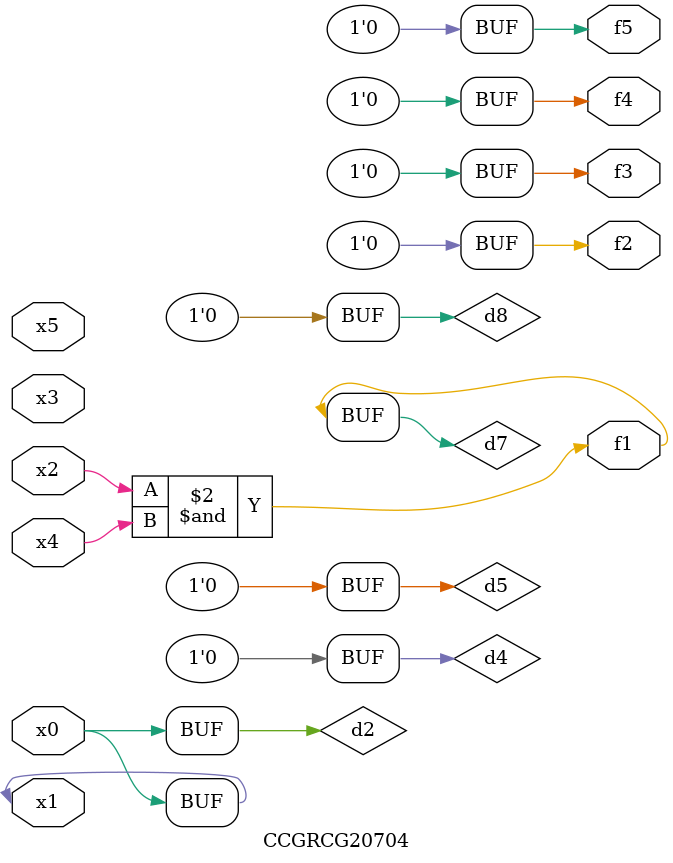
<source format=v>
module CCGRCG20704(
	input x0, x1, x2, x3, x4, x5,
	output f1, f2, f3, f4, f5
);

	wire d1, d2, d3, d4, d5, d6, d7, d8, d9;

	nand (d1, x1);
	buf (d2, x0, x1);
	nand (d3, x2, x4);
	and (d4, d1, d2);
	and (d5, d1, d2);
	nand (d6, d1, d3);
	not (d7, d3);
	xor (d8, d5);
	nor (d9, d5, d6);
	assign f1 = d7;
	assign f2 = d8;
	assign f3 = d8;
	assign f4 = d8;
	assign f5 = d8;
endmodule

</source>
